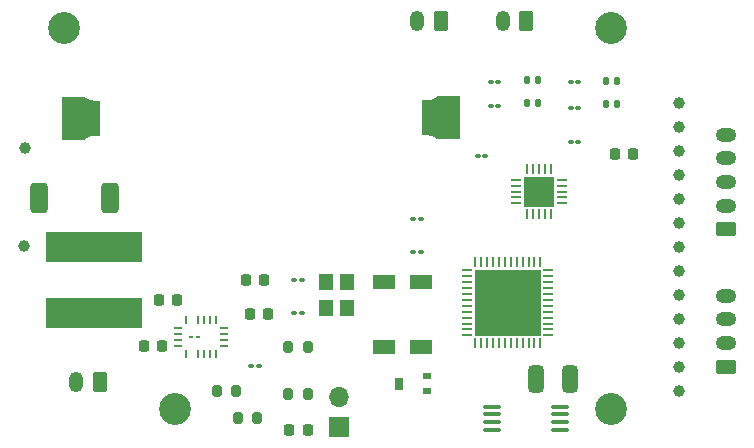
<source format=gbr>
%TF.GenerationSoftware,KiCad,Pcbnew,7.0.9*%
%TF.CreationDate,2023-12-30T14:39:05-07:00*%
%TF.ProjectId,ElephantR9,456c6570-6861-46e7-9452-392e6b696361,rev?*%
%TF.SameCoordinates,Original*%
%TF.FileFunction,Soldermask,Top*%
%TF.FilePolarity,Negative*%
%FSLAX46Y46*%
G04 Gerber Fmt 4.6, Leading zero omitted, Abs format (unit mm)*
G04 Created by KiCad (PCBNEW 7.0.9) date 2023-12-30 14:39:05*
%MOMM*%
%LPD*%
G01*
G04 APERTURE LIST*
G04 Aperture macros list*
%AMRoundRect*
0 Rectangle with rounded corners*
0 $1 Rounding radius*
0 $2 $3 $4 $5 $6 $7 $8 $9 X,Y pos of 4 corners*
0 Add a 4 corners polygon primitive as box body*
4,1,4,$2,$3,$4,$5,$6,$7,$8,$9,$2,$3,0*
0 Add four circle primitives for the rounded corners*
1,1,$1+$1,$2,$3*
1,1,$1+$1,$4,$5*
1,1,$1+$1,$6,$7*
1,1,$1+$1,$8,$9*
0 Add four rect primitives between the rounded corners*
20,1,$1+$1,$2,$3,$4,$5,0*
20,1,$1+$1,$4,$5,$6,$7,0*
20,1,$1+$1,$6,$7,$8,$9,0*
20,1,$1+$1,$8,$9,$2,$3,0*%
%AMFreePoly0*
4,1,32,0.200000,1.710000,0.217978,1.702552,0.236753,1.697426,0.376386,1.589219,0.526381,1.504463,0.687059,1.442253,0.855037,1.403901,1.028740,1.390056,1.444035,1.390057,1.486461,1.372483,1.504035,1.330057,1.504034,-1.539942,1.486463,-1.582365,1.486460,-1.582365,1.486460,-1.582368,1.464626,-1.591411,1.444038,-1.599942,1.046227,-1.599966,0.870517,-1.612848,0.700699,-1.650739,
0.538233,-1.712989,0.386579,-1.798267,0.245504,-1.907443,0.226743,-1.912552,0.208783,-1.919992,-1.650000,-1.919992,-1.692426,-1.902418,-1.710000,-1.859992,-1.710000,1.650007,-1.692426,1.692433,-1.650000,1.710007,0.200000,1.710000,0.200000,1.710000,$1*%
G04 Aperture macros list end*
%ADD10C,1.000000*%
%ADD11RoundRect,0.325000X-0.325000X-0.825000X0.325000X-0.825000X0.325000X0.825000X-0.325000X0.825000X0*%
%ADD12RoundRect,0.062500X-0.350000X-0.062500X0.350000X-0.062500X0.350000X0.062500X-0.350000X0.062500X0*%
%ADD13RoundRect,0.062500X-0.062500X-0.350000X0.062500X-0.350000X0.062500X0.350000X-0.062500X0.350000X0*%
%ADD14R,2.500000X2.500000*%
%ADD15RoundRect,0.100000X-0.130000X-0.100000X0.130000X-0.100000X0.130000X0.100000X-0.130000X0.100000X0*%
%ADD16O,1.750000X1.200000*%
%ADD17RoundRect,0.250000X0.625000X-0.350000X0.625000X0.350000X-0.625000X0.350000X-0.625000X-0.350000X0*%
%ADD18RoundRect,0.100000X-0.637500X-0.100000X0.637500X-0.100000X0.637500X0.100000X-0.637500X0.100000X0*%
%ADD19C,2.700000*%
%ADD20RoundRect,0.147500X-0.147500X-0.172500X0.147500X-0.172500X0.147500X0.172500X-0.147500X0.172500X0*%
%ADD21RoundRect,0.225000X-0.225000X-0.250000X0.225000X-0.250000X0.225000X0.250000X-0.225000X0.250000X0*%
%ADD22RoundRect,0.062500X-0.375000X-0.062500X0.375000X-0.062500X0.375000X0.062500X-0.375000X0.062500X0*%
%ADD23RoundRect,0.062500X-0.062500X-0.375000X0.062500X-0.375000X0.062500X0.375000X-0.062500X0.375000X0*%
%ADD24R,5.600000X5.600000*%
%ADD25RoundRect,0.375000X-0.375000X-0.925000X0.375000X-0.925000X0.375000X0.925000X-0.375000X0.925000X0*%
%ADD26R,8.200000X2.600000*%
%ADD27R,1.700000X1.700000*%
%ADD28O,1.700000X1.700000*%
%ADD29RoundRect,0.200000X-0.200000X-0.275000X0.200000X-0.275000X0.200000X0.275000X-0.200000X0.275000X0*%
%ADD30R,1.200000X1.400000*%
%ADD31FreePoly0,180.000000*%
%ADD32FreePoly0,0.000000*%
%ADD33RoundRect,0.250000X0.350000X0.625000X-0.350000X0.625000X-0.350000X-0.625000X0.350000X-0.625000X0*%
%ADD34O,1.200000X1.750000*%
%ADD35RoundRect,0.218750X-0.218750X-0.256250X0.218750X-0.256250X0.218750X0.256250X-0.218750X0.256250X0*%
%ADD36R,1.900000X1.300000*%
%ADD37R,0.800000X0.600000*%
%ADD38R,0.700000X1.000000*%
%ADD39R,0.250000X0.700000*%
%ADD40R,0.700000X0.250000*%
%ADD41R,0.400000X0.220000*%
%ADD42R,0.356000X0.220000*%
G04 APERTURE END LIST*
D10*
%TO.C,REF\u002A\u002A12*%
X74422000Y-52324000D03*
%TD*%
%TO.C,REF\u002A\u002A11*%
X74422000Y-50292000D03*
%TD*%
%TO.C,REF\u002A\u002A10*%
X74422000Y-48260000D03*
%TD*%
%TO.C,REF\u002A\u002A9*%
X74422000Y-46228000D03*
%TD*%
%TO.C,REF\u002A\u002A8*%
X74422000Y-44196000D03*
%TD*%
%TO.C,REF\u002A\u002A7*%
X74422000Y-42164000D03*
%TD*%
%TO.C,REF\u002A\u002A6*%
X74422000Y-40132000D03*
%TD*%
%TO.C,REF\u002A\u002A5*%
X74422000Y-38100000D03*
%TD*%
%TO.C,REF\u002A\u002A4*%
X74422000Y-36068000D03*
%TD*%
%TO.C,REF\u002A\u002A3*%
X74422000Y-34036000D03*
%TD*%
%TO.C,REF\u002A\u002A2*%
X74422000Y-32004000D03*
%TD*%
%TO.C,REF\u002A\u002A1*%
X74422000Y-29972000D03*
%TD*%
%TO.C,REF\u002A\u002A*%
X74422000Y-27940000D03*
%TD*%
D11*
%TO.C,C10*%
X62253200Y-51257200D03*
X65153200Y-51257200D03*
%TD*%
D12*
%TO.C,U3*%
X60579000Y-34417000D03*
X60579000Y-34917000D03*
X60579000Y-35417000D03*
X60579000Y-35917000D03*
X60579000Y-36417000D03*
D13*
X61516500Y-37354500D03*
X62016500Y-37354500D03*
X62516500Y-37354500D03*
X63016500Y-37354500D03*
X63516500Y-37354500D03*
D12*
X64454000Y-36417000D03*
X64454000Y-35917000D03*
X64454000Y-35417000D03*
X64454000Y-34917000D03*
X64454000Y-34417000D03*
D13*
X63516500Y-33479500D03*
X63016500Y-33479500D03*
X62516500Y-33479500D03*
X62016500Y-33479500D03*
X61516500Y-33479500D03*
D14*
X62516500Y-35417000D03*
%TD*%
D15*
%TO.C,C18*%
X57991000Y-32385000D03*
X57351000Y-32385000D03*
%TD*%
%TO.C,C16*%
X65865000Y-31242000D03*
X65225000Y-31242000D03*
%TD*%
%TO.C,C15*%
X38814000Y-50165000D03*
X38174000Y-50165000D03*
%TD*%
%TO.C,C13*%
X42460898Y-45653898D03*
X41820898Y-45653898D03*
%TD*%
%TO.C,C12*%
X42460898Y-42889898D03*
X41820898Y-42889898D03*
%TD*%
%TO.C,C11*%
X65865000Y-26162000D03*
X65225000Y-26162000D03*
%TD*%
%TO.C,C9*%
X52530000Y-40513000D03*
X51890000Y-40513000D03*
%TD*%
%TO.C,C8*%
X52530000Y-37719000D03*
X51890000Y-37719000D03*
%TD*%
%TO.C,C7*%
X65865000Y-28321000D03*
X65225000Y-28321000D03*
%TD*%
%TO.C,C6*%
X59108000Y-28194000D03*
X58468000Y-28194000D03*
%TD*%
%TO.C,C5*%
X59108000Y-26162000D03*
X58468000Y-26162000D03*
%TD*%
D16*
%TO.C,J2*%
X78359000Y-30608000D03*
X78359000Y-32608000D03*
X78359000Y-34608000D03*
X78359000Y-36608000D03*
D17*
X78359000Y-38608000D03*
%TD*%
%TO.C,J1*%
X78359000Y-50244000D03*
D16*
X78359000Y-48244000D03*
X78359000Y-46244000D03*
X78359000Y-44244000D03*
%TD*%
D18*
%TO.C,U4*%
X58554700Y-53635000D03*
X58554700Y-54285000D03*
X58554700Y-54935000D03*
X58554700Y-55585000D03*
X64279700Y-55585000D03*
X64279700Y-54935000D03*
X64279700Y-54285000D03*
X64279700Y-53635000D03*
%TD*%
D19*
%TO.C,H3*%
X68644000Y-53848000D03*
%TD*%
D20*
%TO.C,FB4*%
X68199000Y-28025000D03*
X69169000Y-28025000D03*
%TD*%
%TO.C,FB3*%
X68199000Y-26035000D03*
X69169000Y-26035000D03*
%TD*%
%TO.C,FB2*%
X61514000Y-27940000D03*
X62484000Y-27940000D03*
%TD*%
%TO.C,FB1*%
X62484000Y-25950000D03*
X61514000Y-25950000D03*
%TD*%
D21*
%TO.C,C17*%
X70511000Y-32258000D03*
X68961000Y-32258000D03*
%TD*%
D22*
%TO.C,U5*%
X56462500Y-42089500D03*
X56462500Y-42589500D03*
X56462500Y-43089500D03*
X56462500Y-43589500D03*
X56462500Y-44089500D03*
X56462500Y-44589500D03*
X56462500Y-45089500D03*
X56462500Y-45589500D03*
X56462500Y-46089500D03*
X56462500Y-46589500D03*
X56462500Y-47089500D03*
X56462500Y-47589500D03*
D23*
X57150000Y-48277000D03*
X57650000Y-48277000D03*
X58150000Y-48277000D03*
X58650000Y-48277000D03*
X59150000Y-48277000D03*
X59650000Y-48277000D03*
X60150000Y-48277000D03*
X60650000Y-48277000D03*
X61150000Y-48277000D03*
X61650000Y-48277000D03*
X62150000Y-48277000D03*
X62650000Y-48277000D03*
D22*
X63337500Y-47589500D03*
X63337500Y-47089500D03*
X63337500Y-46589500D03*
X63337500Y-46089500D03*
X63337500Y-45589500D03*
X63337500Y-45089500D03*
X63337500Y-44589500D03*
X63337500Y-44089500D03*
X63337500Y-43589500D03*
X63337500Y-43089500D03*
X63337500Y-42589500D03*
X63337500Y-42089500D03*
D23*
X62650000Y-41402000D03*
X62150000Y-41402000D03*
X61650000Y-41402000D03*
X61150000Y-41402000D03*
X60650000Y-41402000D03*
X60150000Y-41402000D03*
X59650000Y-41402000D03*
X59150000Y-41402000D03*
X58650000Y-41402000D03*
X58150000Y-41402000D03*
X57650000Y-41402000D03*
X57150000Y-41402000D03*
D24*
X59900000Y-44839500D03*
%TD*%
D25*
%TO.C,C3*%
X20193000Y-35941000D03*
X26193000Y-35941000D03*
%TD*%
D21*
%TO.C,C14*%
X38050898Y-45810898D03*
X39600898Y-45810898D03*
%TD*%
%TO.C,C2*%
X29083000Y-48502000D03*
X30633000Y-48502000D03*
%TD*%
D26*
%TO.C,L1*%
X24892000Y-45720000D03*
X24892000Y-40120000D03*
%TD*%
D27*
%TO.C,SW1*%
X45593000Y-55372000D03*
D28*
X45593000Y-52832000D03*
%TD*%
D29*
%TO.C,R7*%
X41315898Y-52541898D03*
X42965898Y-52541898D03*
%TD*%
D21*
%TO.C,C4*%
X37719000Y-42914000D03*
X39269000Y-42914000D03*
%TD*%
D19*
%TO.C,H1*%
X22315898Y-21553898D03*
%TD*%
%TO.C,H2*%
X68644000Y-21590000D03*
%TD*%
D30*
%TO.C,Y2*%
X44540898Y-43102898D03*
X44540898Y-45302898D03*
X46240898Y-45302898D03*
X46240898Y-43102898D03*
%TD*%
D31*
%TO.C,BT2*%
X54176000Y-29283000D03*
D32*
X23876000Y-29083000D03*
%TD*%
D33*
%TO.C,LS2*%
X61468000Y-20955000D03*
D34*
X59468000Y-20955000D03*
%TD*%
D19*
%TO.C,H4*%
X31713898Y-53811898D03*
%TD*%
D35*
%TO.C,D3*%
X41393398Y-55589898D03*
X42968398Y-55589898D03*
%TD*%
D29*
%TO.C,R1*%
X37047898Y-54573898D03*
X38697898Y-54573898D03*
%TD*%
D34*
%TO.C,LS1*%
X52229000Y-20955000D03*
D33*
X54229000Y-20955000D03*
%TD*%
D36*
%TO.C,Y1*%
X49378000Y-43053000D03*
X49378000Y-48553000D03*
X52578000Y-48553000D03*
X52578000Y-43053000D03*
%TD*%
D29*
%TO.C,R4*%
X41301796Y-48561040D03*
X42951796Y-48561040D03*
%TD*%
D10*
%TO.C,TP2*%
X19050000Y-31750000D03*
%TD*%
D33*
%TO.C,BT1*%
X25363898Y-51525898D03*
D34*
X23363898Y-51525898D03*
%TD*%
D29*
%TO.C,R8*%
X35270898Y-52287898D03*
X36920898Y-52287898D03*
%TD*%
D10*
%TO.C,TP1*%
X18923000Y-40005000D03*
%TD*%
D37*
%TO.C,R2*%
X53023000Y-51039000D03*
D38*
X50673000Y-51689000D03*
D37*
X53023000Y-52339000D03*
%TD*%
D21*
%TO.C,C1*%
X30340000Y-44577000D03*
X31890000Y-44577000D03*
%TD*%
D39*
%TO.C,U1*%
X35179000Y-46299000D03*
X34679000Y-46299000D03*
X34179000Y-46299000D03*
X33679000Y-46299000D03*
X32679000Y-46299000D03*
D40*
X32004000Y-46974000D03*
X32004000Y-47474000D03*
X32004000Y-47974000D03*
X32004000Y-48474000D03*
D39*
X32679000Y-49149000D03*
X33679000Y-49149000D03*
X34179000Y-49149000D03*
X34679000Y-49149000D03*
X35179000Y-49149000D03*
D40*
X35854000Y-48474000D03*
X35854000Y-47974000D03*
X35854000Y-47474000D03*
X35854000Y-46974000D03*
D41*
X33054000Y-47724000D03*
D42*
X33624000Y-47724000D03*
%TD*%
M02*

</source>
